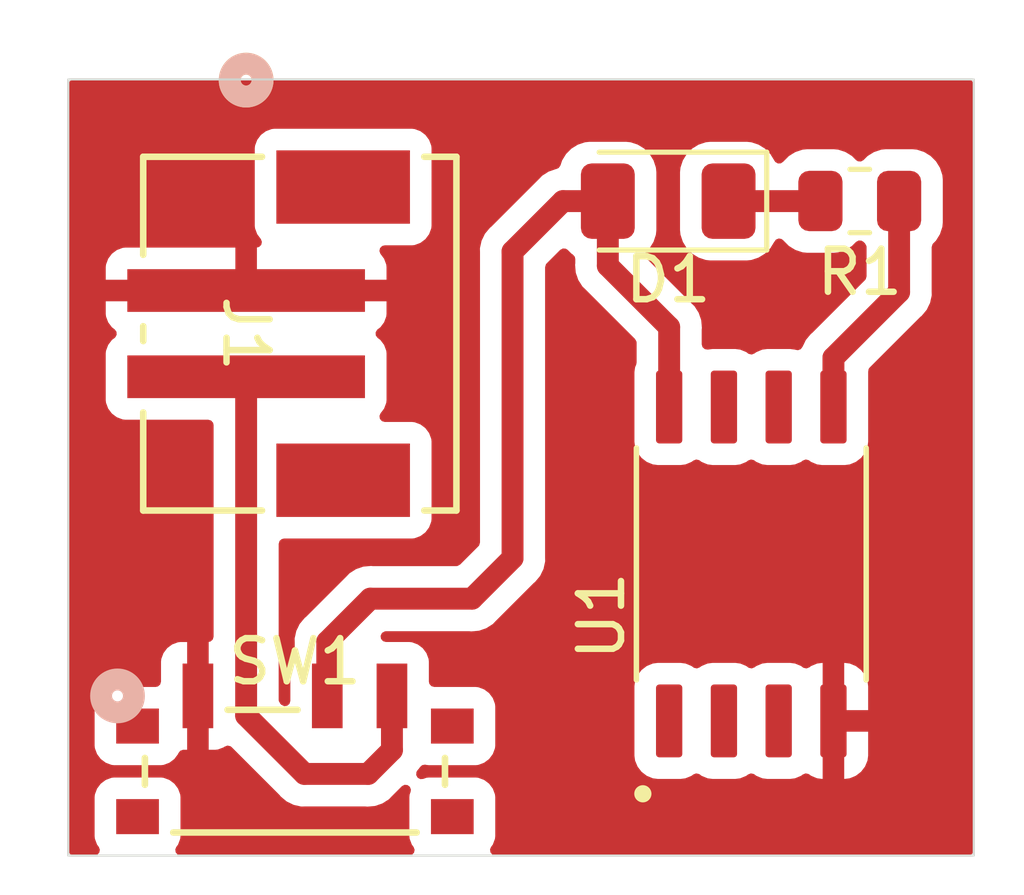
<source format=kicad_pcb>
(kicad_pcb (version 20221018) (generator pcbnew)
  (layers (0 "F.Cu" signal) (31 "B.Cu" signal) (34 "B.Paste" user) (35 "F.Paste" user) (36 "B.SilkS" user "B.Silkscreen") (37 "F.SilkS" user "F.Silkscreen") (38 "B.Mask" user) (39 "F.Mask" user) (44 "Edge.Cuts" user))
  (net 0 "")
  (net 1 "Net-(D1-K)")
  (net 2 "/vcc")
  (net 3 "/GND")
  (net 4 "/LED")
  (net 10 "/vin")
  (footprint "LED_SMD:LED_1206_3216Metric" (layer "F.Cu") (at 95.9134 53.8226 180)
    (fp_text reference "D1" (at 0 -1.82) (layer "F.SilkS"))
    (fp_text value "LED")
    (fp_line (start -2.285 -1.135) (end -2.285 1.135) (stroke (width 0.12)) (layer "F.SilkS"))
    (fp_line (start -2.285 1.135) (end 1.6 1.135) (stroke (width 0.12)) (layer "F.SilkS"))
    (fp_line (start 1.6 -1.135) (end -2.285 -1.135) (stroke (width 0.12)) (layer "F.SilkS"))
    (pad "1" smd roundrect (at -1.4 0 180) (size 1.25 1.75) (layers "F.Cu" "F.Paste" "F.Mask") (roundrect_rratio 0.2) (net 1 "Net-(D1-K)"))
    (pad "2" smd roundrect (at 1.4 0 180) (size 1.25 1.75) (layers "F.Cu" "F.Paste" "F.Mask") (roundrect_rratio 0.2) (net 2 "/vcc"))
  )
  (footprint "Library:SOIC127P794X202-8N" (layer "F.Cu") (at 97.8408 62.2378 90)
    (fp_text reference "U1" (at -1.205 -3.477 90) (layer "F.SilkS"))
    (fp_text value "ATTINY45-20SU")
    (fp_line (start -2.69 -2.665) (end 2.69 -2.665) (stroke (width 0.127)) (layer "F.SilkS"))
    (fp_line (start -2.69 2.665) (end 2.69 2.665) (stroke (width 0.127)) (layer "F.SilkS"))
    (fp_circle (center -5.33 -2.515) (end -5.23 -2.515) (stroke (width 0.2)) (fill none) (layer "F.SilkS"))
    (pad "1" smd roundrect (at -3.64 -1.905 90) (size 1.69 0.61) (layers "F.Cu" "F.Paste" "F.Mask") (roundrect_rratio 0.125))
    (pad "2" smd roundrect (at -3.64 -0.635 90) (size 1.69 0.61) (layers "F.Cu" "F.Paste" "F.Mask") (roundrect_rratio 0.125))
    (pad "3" smd roundrect (at -3.64 0.635 90) (size 1.69 0.61) (layers "F.Cu" "F.Paste" "F.Mask") (roundrect_rratio 0.125))
    (pad "4" smd roundrect (at -3.64 1.905 90) (size 1.69 0.61) (layers "F.Cu" "F.Paste" "F.Mask") (roundrect_rratio 0.125) (net 3 "/GND"))
    (pad "5" smd roundrect (at 3.64 1.905 90) (size 1.69 0.61) (layers "F.Cu" "F.Paste" "F.Mask") (roundrect_rratio 0.125) (net 4 "/LED"))
    (pad "6" smd roundrect (at 3.64 0.635 90) (size 1.69 0.61) (layers "F.Cu" "F.Paste" "F.Mask") (roundrect_rratio 0.125))
    (pad "7" smd roundrect (at 3.64 -0.635 90) (size 1.69 0.61) (layers "F.Cu" "F.Paste" "F.Mask") (roundrect_rratio 0.125))
    (pad "8" smd roundrect (at 3.64 -1.905 90) (size 1.69 0.61) (layers "F.Cu" "F.Paste" "F.Mask") (roundrect_rratio 0.125) (net 2 "/vcc"))
  )
  (footprint "Resistor_SMD:R_0805_2012Metric" (layer "F.Cu") (at 100.3565 53.8196 180)
    (fp_text reference "R1" (at 0 -1.65) (layer "F.SilkS"))
    (fp_text value "R")
    (fp_line (start -0.227064 -0.735) (end 0.227064 -0.735) (stroke (width 0.12)) (layer "F.SilkS"))
    (fp_line (start -0.227064 0.735) (end 0.227064 0.735) (stroke (width 0.12)) (layer "F.SilkS"))
    (pad "1" smd roundrect (at -0.9125 0 180) (size 1.025 1.4) (layers "F.Cu" "F.Paste" "F.Mask") (roundrect_rratio 0.243902439) (net 4 "/LED"))
    (pad "2" smd roundrect (at 0.9125 0 180) (size 1.025 1.4) (layers "F.Cu" "F.Paste" "F.Mask") (roundrect_rratio 0.243902439) (net 1 "Net-(D1-K)"))
  )
  (footprint "esp_lib:B2B-PH-SM4-TBLFSN_JST" (layer "F.Cu") (at 87.369751 56.896 -90)
    (fp_text reference "J1" (at 0 1.244801 -90 unlocked) (layer "F.SilkS"))
    (fp_text value "B2B-PH-SM4-TBLFSN" hide)
    (fp_circle (center -5.8801 1.244801) (end -5.4991 1.244801) (stroke (width 0.508)) (fill none) (layer "B.SilkS"))
    (fp_line (start -4.1021 -3.6322) (end -4.1021 -2.88734) (stroke (width 0.1524)) (layer "F.SilkS"))
    (fp_line (start -4.1021 0.87694) (end -4.1021 3.6322) (stroke (width 0.1524)) (layer "F.SilkS"))
    (fp_line (start -4.1021 3.6322) (end -1.828041 3.6322) (stroke (width 0.1524)) (layer "F.SilkS"))
    (fp_line (start -0.171961 3.6322) (end 0.171961 3.6322) (stroke (width 0.1524)) (layer "F.SilkS"))
    (fp_line (start 1.828041 3.6322) (end 4.1021 3.6322) (stroke (width 0.1524)) (layer "F.SilkS"))
    (fp_line (start 4.1021 -3.6322) (end -4.1021 -3.6322) (stroke (width 0.1524)) (layer "F.SilkS"))
    (fp_line (start 4.1021 -2.88734) (end 4.1021 -3.6322) (stroke (width 0.1524)) (layer "F.SilkS"))
    (fp_line (start 4.1021 3.6322) (end 4.1021 0.87694) (stroke (width 0.1524)) (layer "F.SilkS"))
    (fp_circle (center -5.8801 1.244801) (end -5.4991 1.244801) (stroke (width 0.508)) (fill none) (layer "F.SilkS"))
    (pad "1" smd rect (at -1.000001 1.244801 270) (size 0.9906 5.5118) (layers "F.Cu" "F.Paste" "F.Mask") (net 3 "/GND"))
    (pad "2" smd rect (at 1.000001 1.244801 270) (size 0.9906 5.5118) (layers "F.Cu" "F.Paste" "F.Mask") (net 10 "/vin"))
    (pad "3" smd rect (at -3.399998 -1.0052) (size 3.0988 1.7018) (layers "F.Cu" "F.Paste" "F.Mask"))
    (pad "4" smd rect (at 3.399998 -1.0052) (size 3.0988 1.7018) (layers "F.Cu" "F.Paste" "F.Mask"))
  )
  (footprint "Library:CUS-12TB_NDC" (layer "F.Cu") (at 87.25662 67.042801)
    (fp_text reference "SW1" (at 0 -2.54 unlocked) (layer "F.SilkS"))
    (fp_text value "CUS-12TB" hide)
    (fp_circle (center -4.1148 -1.7454) (end -3.7338 -1.7454) (stroke (width 0.508)) (fill none) (layer "B.SilkS"))
    (fp_line (start -3.4798 0.315459) (end -3.4798 -0.306259) (stroke (width 0.1524)) (layer "F.SilkS"))
    (fp_line (start -1.561663 -1.4224) (end 0.06166 -1.4224) (stroke (width 0.1524)) (layer "F.SilkS"))
    (fp_line (start 2.82194 1.422399) (end -2.82194 1.422399) (stroke (width 0.1524)) (layer "F.SilkS"))
    (fp_line (start 3.4798 -0.306259) (end 3.4798 0.315459) (stroke (width 0.1524)) (layer "F.SilkS"))
    (pad "1" smd rect (at -2.250003 -1.7454) (size 0.7112 1.4986) (layers "F.Cu" "F.Paste" "F.Mask") (net 3 "/GND"))
    (pad "2" smd rect (at 0.75 -1.7454) (size 0.7112 1.4986) (layers "F.Cu" "F.Paste" "F.Mask") (net 2 "/vcc"))
    (pad "3" smd rect (at 2.25 -1.7454) (size 0.7112 1.4986) (layers "F.Cu" "F.Paste" "F.Mask") (net 10 "/vin"))
    (pad "4" smd rect (at -3.65 -1.045399) (size 0.9906 0.8128) (layers "F.Cu" "F.Paste" "F.Mask"))
    (pad "5" smd rect (at 3.65 -1.045399) (size 0.9906 0.8128) (layers "F.Cu" "F.Paste" "F.Mask"))
    (pad "6" smd rect (at -3.64998 1.054599) (size 0.9906 0.8128) (layers "F.Cu" "F.Paste" "F.Mask"))
    (pad "7" smd rect (at 3.64998 1.054599) (size 0.9906 0.8128) (layers "F.Cu" "F.Paste" "F.Mask"))
  )
  (gr_rect (start 82 51) (end 103 69) (stroke (width 0.05)) (fill none) (layer "Edge.Cuts"))
  (segment (start 99.441 53.8226) (end 99.444 53.8196) (width 0.508) (layer "F.Cu") (net 1))
  (segment (start 97.3134 53.8226) (end 99.441 53.8226) (width 0.508) (layer "F.Cu") (net 1))
  (segment (start 88.00662 64.040101) (end 89.003921 63.0428) (width 0.508) (layer "F.Cu") (net 2))
  (segment (start 92.3036 62.103) (end 92.3036 54.991) (width 0.508) (layer "F.Cu") (net 2))
  (segment (start 95.9358 56.7436) (end 95.9358 58.5978) (width 0.508) (layer "F.Cu") (net 2))
  (segment (start 91.3638 63.0428) (end 92.3036 62.103) (width 0.508) (layer "F.Cu") (net 2))
  (segment (start 88.00662 65.297401) (end 88.00662 64.040101) (width 0.508) (layer "F.Cu") (net 2))
  (segment (start 89.003921 63.0428) (end 91.3638 63.0428) (width 0.508) (layer "F.Cu") (net 2))
  (segment (start 93.472 53.8226) (end 94.5134 53.8226) (width 0.508) (layer "F.Cu") (net 2))
  (segment (start 94.5134 55.3212) (end 95.9358 56.7436) (width 0.508) (layer "F.Cu") (net 2))
  (segment (start 92.3036 54.991) (end 93.472 53.8226) (width 0.508) (layer "F.Cu") (net 2))
  (segment (start 94.5134 53.8226) (end 94.5134 55.3212) (width 0.508) (layer "F.Cu") (net 2))
  (segment (start 99.7458 58.5978) (end 99.7458 57.4548) (width 0.508) (layer "F.Cu") (net 4))
  (segment (start 99.7458 57.4548) (end 101.269 55.9316) (width 0.508) (layer "F.Cu") (net 4))
  (segment (start 101.269 55.9316) (end 101.269 53.8196) (width 0.508) (layer "F.Cu") (net 4))
  (segment (start 87.4776 67.1068) (end 88.954521 67.1068) (width 0.508) (layer "F.Cu") (net 10))
  (segment (start 86.12495 57.896001) (end 86.12495 65.75415) (width 0.508) (layer "F.Cu") (net 10))
  (segment (start 88.954521 67.1068) (end 89.50662 66.554701) (width 0.508) (layer "F.Cu") (net 10))
  (segment (start 86.12495 65.75415) (end 87.4776 67.1068) (width 0.508) (layer "F.Cu") (net 10))
  (segment (start 89.50662 66.554701) (end 89.50662 65.297401) (width 0.508) (layer "F.Cu") (net 10))
  (zone (net 3) (net_name "/GND") (layer "F.Cu") (connect_pads (clearance 0.5)) (min_thickness 0.25) (fill yes (thermal_gap 0.5) (thermal_bridge_width 0.5))
    (polygon (pts (xy 80.4164 49.4538) (xy 104.1146 49.4792) (xy 104.1654 69.9008) (xy 80.6196 69.9262)))
  )
)
</source>
